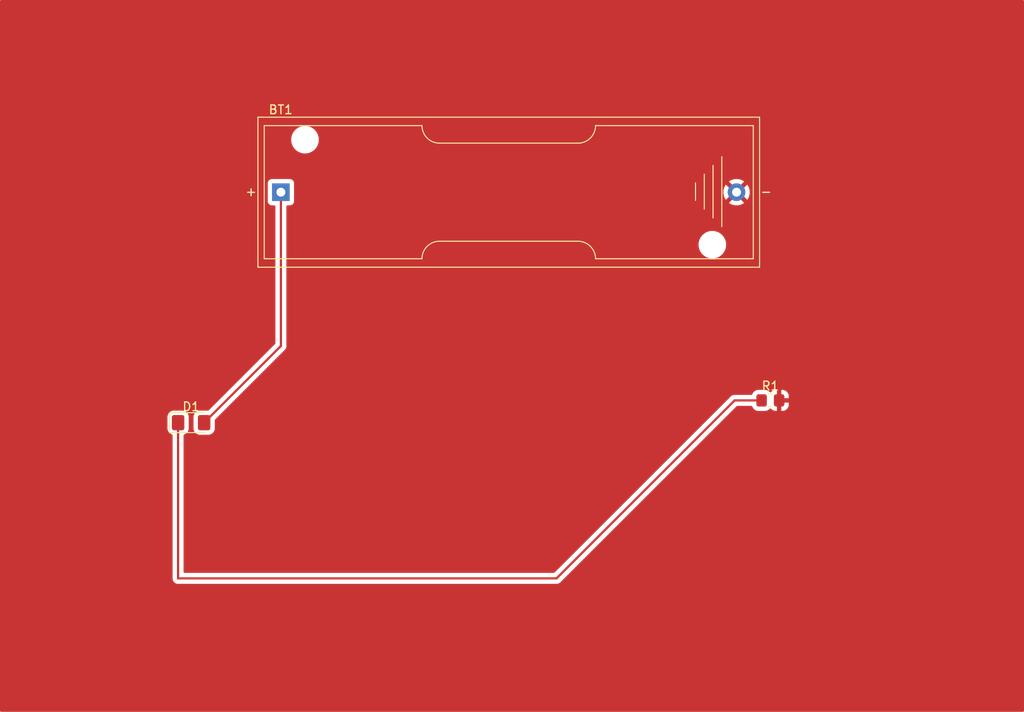
<source format=kicad_pcb>
(kicad_pcb (version 20221018) (generator pcbnew)
  (layers (0 "F.Cu" signal) (31 "B.Cu" signal) (34 "B.Paste" user) (35 "F.Paste" user) (36 "B.SilkS" user "B.Silkscreen") (37 "F.SilkS" user "F.Silkscreen") (38 "B.Mask" user) (39 "F.Mask" user) (44 "Edge.Cuts" user))
  (net 0 "")
  (net 1 "Net-(BT1-+)")
  (net 2 "Net-(BT1--)")
  (net 3 "Net-(D1-K)")
  (footprint "Resistor_SMD:R_0805_2012Metric_Pad1.20x1.40mm_HandSolder" (layer "F.Cu") (at 138.7 91.44)
    (fp_text reference "R1" (at 0 -1.65) (layer "F.SilkS"))
    (fp_text value "R")
    (fp_line (start -0.227064 -0.735) (end 0.227064 -0.735) (stroke (width 0.12)) (layer "F.SilkS"))
    (fp_line (start -0.227064 0.735) (end 0.227064 0.735) (stroke (width 0.12)) (layer "F.SilkS"))
    (pad "1" smd roundrect (at -1 0) (size 1.2 1.4) (layers "F.Cu" "F.Paste" "F.Mask") (roundrect_rratio 0.208333) (net 3 "Net-(D1-K)"))
    (pad "2" smd roundrect (at 1 0) (size 1.2 1.4) (layers "F.Cu" "F.Paste" "F.Mask") (roundrect_rratio 0.208333) (net 2 "Net-(BT1--)"))
  )
  (footprint "LED_SMD:LED_1206_3216Metric_Pad1.42x1.75mm_HandSolder" (layer "F.Cu") (at 72.6075 93.98)
    (fp_text reference "D1" (at 0 -1.82) (layer "F.SilkS"))
    (fp_text value "LED")
    (fp_line (start -2.46 -1.135) (end -2.46 1.135) (stroke (width 0.12)) (layer "F.SilkS"))
    (fp_line (start -2.46 1.135) (end 1.6 1.135) (stroke (width 0.12)) (layer "F.SilkS"))
    (fp_line (start 1.6 -1.135) (end -2.46 -1.135) (stroke (width 0.12)) (layer "F.SilkS"))
    (pad "1" smd roundrect (at -1.4875 0) (size 1.425 1.75) (layers "F.Cu" "F.Paste" "F.Mask") (roundrect_rratio 0.175439) (net 3 "Net-(D1-K)"))
    (pad "2" smd roundrect (at 1.4875 0) (size 1.425 1.75) (layers "F.Cu" "F.Paste" "F.Mask") (roundrect_rratio 0.175439) (net 1 "Net-(BT1-+)"))
  )
  (footprint "Battery:BatteryHolder_Keystone_2460_1xAA" (layer "F.Cu") (at 82.85 67.665)
    (fp_text reference "BT1" (at -0.02 -9.42 180) (layer "F.SilkS"))
    (fp_text value "Battery")
    (fp_text user "-" (at 55.37 -0.06) (layer "F.SilkS"))
    (fp_text user "+" (at -3.4 -0.06) (layer "F.SilkS"))
    (fp_line (start -2.62 -8.565) (end 54.62 -8.565) (stroke (width 0.12)) (layer "F.SilkS"))
    (fp_line (start -2.62 8.565) (end -2.62 -8.565) (stroke (width 0.12)) (layer "F.SilkS"))
    (fp_line (start -1.9 -7.6) (end -1.9 7.6) (stroke (width 0.12)) (layer "F.SilkS"))
    (fp_line (start -1.9 -7.6) (end 16.1 -7.6) (stroke (width 0.12)) (layer "F.SilkS"))
    (fp_line (start -1.9 7.6) (end 16.1 7.6) (stroke (width 0.12)) (layer "F.SilkS"))
    (fp_line (start 18.1 -5.6) (end 33.9 -5.6) (stroke (width 0.12)) (layer "F.SilkS"))
    (fp_line (start 33.9 5.6) (end 18.1 5.6) (stroke (width 0.12)) (layer "F.SilkS"))
    (fp_line (start 35.9 -7.6) (end 53.9 -7.6) (stroke (width 0.12)) (layer "F.SilkS"))
    (fp_line (start 35.9 7.6) (end 53.9 7.6) (stroke (width 0.12)) (layer "F.SilkS"))
    (fp_line (start 47.31 -1.06) (end 47.31 0.94) (stroke (width 0.12)) (layer "F.SilkS"))
    (fp_line (start 48.31 -2.06) (end 48.31 1.94) (stroke (width 0.12)) (layer "F.SilkS"))
    (fp_line (start 49.31 2.94) (end 49.31 -3.06) (stroke (width 0.12)) (layer "F.SilkS"))
    (fp_line (start 50.31 -4.06) (end 50.31 3.94) (stroke (width 0.12)) (layer "F.SilkS"))
    (fp_line (start 53.9 -7.6) (end 53.9 7.6) (stroke (width 0.12)) (layer "F.SilkS"))
    (fp_line (start 54.62 -8.565) (end 54.62 8.565) (stroke (width 0.12)) (layer "F.SilkS"))
    (fp_line (start 54.62 8.565) (end -2.62 8.565) (stroke (width 0.12)) (layer "F.SilkS"))
    (fp_arc (start 16.1 7.6) (mid 16.685786 6.185786) (end 18.1 5.6) (stroke (width 0.12)) (layer "F.SilkS"))
    (fp_arc (start 18.1 -5.6) (mid 16.685786 -6.185786) (end 16.1 -7.6) (stroke (width 0.12)) (layer "F.SilkS"))
    (fp_arc (start 33.9 5.6) (mid 35.314214 6.185786) (end 35.9 7.6) (stroke (width 0.12)) (layer "F.SilkS"))
    (fp_arc (start 35.9 -7.6) (mid 35.314214 -6.185786) (end 33.9 -5.6) (stroke (width 0.12)) (layer "F.SilkS"))
    (pad "" np_thru_hole circle (at 2.75 -5.995 90) (size 2.64 2.64) (drill 2.64) (layers "*.Cu" "*.Mask"))
    (pad "" np_thru_hole circle (at 49.23 5.995) (size 2.64 2.64) (drill 2.64) (layers "*.Cu" "*.Mask"))
    (pad "1" thru_hole rect (at 0 0 180) (size 2 2) (drill 1.02) (layers "*.Cu" "*.Mask") (net 1 "Net-(BT1-+)"))
    (pad "2" thru_hole circle (at 51.99 0 180) (size 2 2) (drill 1.02) (layers "*.Cu" "*.Mask") (net 2 "Net-(BT1--)"))
  )
  (segment (start 82.85 85.225) (end 74.095 93.98) (width 0.25) (layer "F.Cu") (net 1))
  (segment (start 82.85 67.665) (end 82.85 85.225) (width 0.25) (layer "F.Cu") (net 1))
  (segment (start 144.78 77.605) (end 134.84 67.665) (width 0.25) (layer "F.Cu") (net 2))
  (segment (start 139.7 91.44) (end 139.7 86.36) (width 0.25) (layer "F.Cu") (net 2))
  (segment (start 139.7 86.36) (end 144.78 81.28) (width 0.25) (layer "F.Cu") (net 2))
  (segment (start 144.78 81.28) (end 144.78 77.605) (width 0.25) (layer "F.Cu") (net 2))
  (segment (start 71.12 111.76) (end 114.3 111.76) (width 0.25) (layer "F.Cu") (net 3))
  (segment (start 114.3 111.76) (end 134.62 91.44) (width 0.25) (layer "F.Cu") (net 3))
  (segment (start 71.12 93.98) (end 71.12 111.76) (width 0.25) (layer "F.Cu") (net 3))
  (segment (start 134.62 91.44) (end 137.7 91.44) (width 0.25) (layer "F.Cu") (net 3))
  (zone (net 2) (net_name "Net-(BT1--)") (layer "F.Cu") (connect_pads (clearance 0.5)) (min_thickness 0.25) (fill yes (thermal_gap 0.5) (thermal_bridge_width 0.5))
    (polygon (pts (xy 167.64 45.72) (xy 167.64 127) (xy 50.8 127) (xy 50.8 45.72)))
  )
)
</source>
